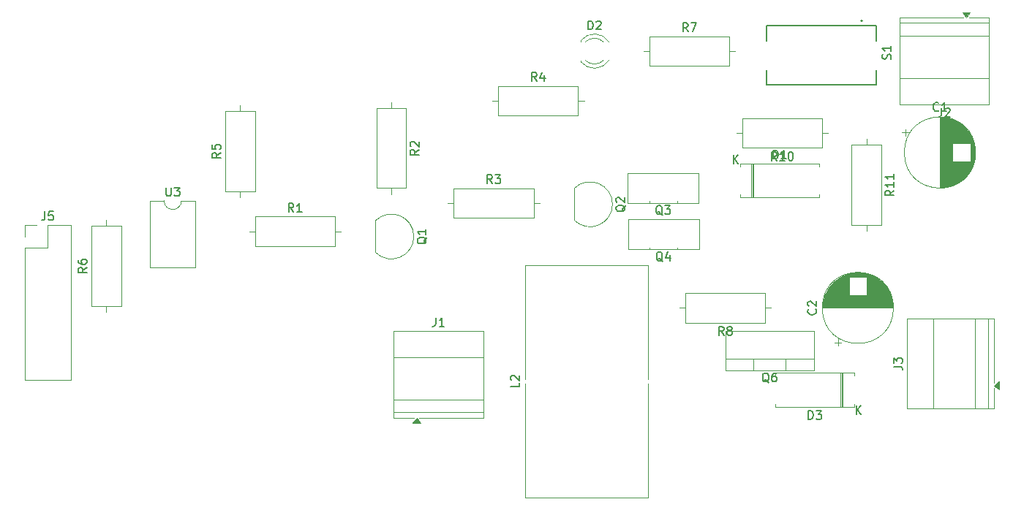
<source format=gbr>
%TF.GenerationSoftware,KiCad,Pcbnew,9.0.2*%
%TF.CreationDate,2025-06-10T15:27:33-03:00*%
%TF.ProjectId,proj3_potencia,70726f6a-335f-4706-9f74-656e6369612e,rev?*%
%TF.SameCoordinates,Original*%
%TF.FileFunction,Legend,Top*%
%TF.FilePolarity,Positive*%
%FSLAX46Y46*%
G04 Gerber Fmt 4.6, Leading zero omitted, Abs format (unit mm)*
G04 Created by KiCad (PCBNEW 9.0.2) date 2025-06-10 15:27:33*
%MOMM*%
%LPD*%
G01*
G04 APERTURE LIST*
%ADD10C,0.150000*%
%ADD11C,0.120000*%
%ADD12C,0.127000*%
%ADD13C,0.200000*%
G04 APERTURE END LIST*
D10*
X113234819Y-73516666D02*
X112758628Y-73849999D01*
X113234819Y-74088094D02*
X112234819Y-74088094D01*
X112234819Y-74088094D02*
X112234819Y-73707142D01*
X112234819Y-73707142D02*
X112282438Y-73611904D01*
X112282438Y-73611904D02*
X112330057Y-73564285D01*
X112330057Y-73564285D02*
X112425295Y-73516666D01*
X112425295Y-73516666D02*
X112568152Y-73516666D01*
X112568152Y-73516666D02*
X112663390Y-73564285D01*
X112663390Y-73564285D02*
X112711009Y-73611904D01*
X112711009Y-73611904D02*
X112758628Y-73707142D01*
X112758628Y-73707142D02*
X112758628Y-74088094D01*
X112234819Y-72611904D02*
X112234819Y-73088094D01*
X112234819Y-73088094D02*
X112711009Y-73135713D01*
X112711009Y-73135713D02*
X112663390Y-73088094D01*
X112663390Y-73088094D02*
X112615771Y-72992856D01*
X112615771Y-72992856D02*
X112615771Y-72754761D01*
X112615771Y-72754761D02*
X112663390Y-72659523D01*
X112663390Y-72659523D02*
X112711009Y-72611904D01*
X112711009Y-72611904D02*
X112806247Y-72564285D01*
X112806247Y-72564285D02*
X113044342Y-72564285D01*
X113044342Y-72564285D02*
X113139580Y-72611904D01*
X113139580Y-72611904D02*
X113187200Y-72659523D01*
X113187200Y-72659523D02*
X113234819Y-72754761D01*
X113234819Y-72754761D02*
X113234819Y-72992856D01*
X113234819Y-72992856D02*
X113187200Y-73088094D01*
X113187200Y-73088094D02*
X113139580Y-73135713D01*
X176694761Y-100150057D02*
X176599523Y-100102438D01*
X176599523Y-100102438D02*
X176504285Y-100007200D01*
X176504285Y-100007200D02*
X176361428Y-99864342D01*
X176361428Y-99864342D02*
X176266190Y-99816723D01*
X176266190Y-99816723D02*
X176170952Y-99816723D01*
X176218571Y-100054819D02*
X176123333Y-100007200D01*
X176123333Y-100007200D02*
X176028095Y-99911961D01*
X176028095Y-99911961D02*
X175980476Y-99721485D01*
X175980476Y-99721485D02*
X175980476Y-99388152D01*
X175980476Y-99388152D02*
X176028095Y-99197676D01*
X176028095Y-99197676D02*
X176123333Y-99102438D01*
X176123333Y-99102438D02*
X176218571Y-99054819D01*
X176218571Y-99054819D02*
X176409047Y-99054819D01*
X176409047Y-99054819D02*
X176504285Y-99102438D01*
X176504285Y-99102438D02*
X176599523Y-99197676D01*
X176599523Y-99197676D02*
X176647142Y-99388152D01*
X176647142Y-99388152D02*
X176647142Y-99721485D01*
X176647142Y-99721485D02*
X176599523Y-99911961D01*
X176599523Y-99911961D02*
X176504285Y-100007200D01*
X176504285Y-100007200D02*
X176409047Y-100054819D01*
X176409047Y-100054819D02*
X176218571Y-100054819D01*
X177504285Y-99054819D02*
X177313809Y-99054819D01*
X177313809Y-99054819D02*
X177218571Y-99102438D01*
X177218571Y-99102438D02*
X177170952Y-99150057D01*
X177170952Y-99150057D02*
X177075714Y-99292914D01*
X177075714Y-99292914D02*
X177028095Y-99483390D01*
X177028095Y-99483390D02*
X177028095Y-99864342D01*
X177028095Y-99864342D02*
X177075714Y-99959580D01*
X177075714Y-99959580D02*
X177123333Y-100007200D01*
X177123333Y-100007200D02*
X177218571Y-100054819D01*
X177218571Y-100054819D02*
X177409047Y-100054819D01*
X177409047Y-100054819D02*
X177504285Y-100007200D01*
X177504285Y-100007200D02*
X177551904Y-99959580D01*
X177551904Y-99959580D02*
X177599523Y-99864342D01*
X177599523Y-99864342D02*
X177599523Y-99626247D01*
X177599523Y-99626247D02*
X177551904Y-99531009D01*
X177551904Y-99531009D02*
X177504285Y-99483390D01*
X177504285Y-99483390D02*
X177409047Y-99435771D01*
X177409047Y-99435771D02*
X177218571Y-99435771D01*
X177218571Y-99435771D02*
X177123333Y-99483390D01*
X177123333Y-99483390D02*
X177075714Y-99531009D01*
X177075714Y-99531009D02*
X177028095Y-99626247D01*
X182109580Y-91666666D02*
X182157200Y-91714285D01*
X182157200Y-91714285D02*
X182204819Y-91857142D01*
X182204819Y-91857142D02*
X182204819Y-91952380D01*
X182204819Y-91952380D02*
X182157200Y-92095237D01*
X182157200Y-92095237D02*
X182061961Y-92190475D01*
X182061961Y-92190475D02*
X181966723Y-92238094D01*
X181966723Y-92238094D02*
X181776247Y-92285713D01*
X181776247Y-92285713D02*
X181633390Y-92285713D01*
X181633390Y-92285713D02*
X181442914Y-92238094D01*
X181442914Y-92238094D02*
X181347676Y-92190475D01*
X181347676Y-92190475D02*
X181252438Y-92095237D01*
X181252438Y-92095237D02*
X181204819Y-91952380D01*
X181204819Y-91952380D02*
X181204819Y-91857142D01*
X181204819Y-91857142D02*
X181252438Y-91714285D01*
X181252438Y-91714285D02*
X181300057Y-91666666D01*
X181300057Y-91285713D02*
X181252438Y-91238094D01*
X181252438Y-91238094D02*
X181204819Y-91142856D01*
X181204819Y-91142856D02*
X181204819Y-90904761D01*
X181204819Y-90904761D02*
X181252438Y-90809523D01*
X181252438Y-90809523D02*
X181300057Y-90761904D01*
X181300057Y-90761904D02*
X181395295Y-90714285D01*
X181395295Y-90714285D02*
X181490533Y-90714285D01*
X181490533Y-90714285D02*
X181633390Y-90761904D01*
X181633390Y-90761904D02*
X182204819Y-91333332D01*
X182204819Y-91333332D02*
X182204819Y-90714285D01*
X121683333Y-80384819D02*
X121350000Y-79908628D01*
X121111905Y-80384819D02*
X121111905Y-79384819D01*
X121111905Y-79384819D02*
X121492857Y-79384819D01*
X121492857Y-79384819D02*
X121588095Y-79432438D01*
X121588095Y-79432438D02*
X121635714Y-79480057D01*
X121635714Y-79480057D02*
X121683333Y-79575295D01*
X121683333Y-79575295D02*
X121683333Y-79718152D01*
X121683333Y-79718152D02*
X121635714Y-79813390D01*
X121635714Y-79813390D02*
X121588095Y-79861009D01*
X121588095Y-79861009D02*
X121492857Y-79908628D01*
X121492857Y-79908628D02*
X121111905Y-79908628D01*
X122635714Y-80384819D02*
X122064286Y-80384819D01*
X122350000Y-80384819D02*
X122350000Y-79384819D01*
X122350000Y-79384819D02*
X122254762Y-79527676D01*
X122254762Y-79527676D02*
X122159524Y-79622914D01*
X122159524Y-79622914D02*
X122064286Y-79670533D01*
X92896666Y-80334819D02*
X92896666Y-81049104D01*
X92896666Y-81049104D02*
X92849047Y-81191961D01*
X92849047Y-81191961D02*
X92753809Y-81287200D01*
X92753809Y-81287200D02*
X92610952Y-81334819D01*
X92610952Y-81334819D02*
X92515714Y-81334819D01*
X93849047Y-80334819D02*
X93372857Y-80334819D01*
X93372857Y-80334819D02*
X93325238Y-80811009D01*
X93325238Y-80811009D02*
X93372857Y-80763390D01*
X93372857Y-80763390D02*
X93468095Y-80715771D01*
X93468095Y-80715771D02*
X93706190Y-80715771D01*
X93706190Y-80715771D02*
X93801428Y-80763390D01*
X93801428Y-80763390D02*
X93849047Y-80811009D01*
X93849047Y-80811009D02*
X93896666Y-80906247D01*
X93896666Y-80906247D02*
X93896666Y-81144342D01*
X93896666Y-81144342D02*
X93849047Y-81239580D01*
X93849047Y-81239580D02*
X93801428Y-81287200D01*
X93801428Y-81287200D02*
X93706190Y-81334819D01*
X93706190Y-81334819D02*
X93468095Y-81334819D01*
X93468095Y-81334819D02*
X93372857Y-81287200D01*
X93372857Y-81287200D02*
X93325238Y-81239580D01*
X164374761Y-80750057D02*
X164279523Y-80702438D01*
X164279523Y-80702438D02*
X164184285Y-80607200D01*
X164184285Y-80607200D02*
X164041428Y-80464342D01*
X164041428Y-80464342D02*
X163946190Y-80416723D01*
X163946190Y-80416723D02*
X163850952Y-80416723D01*
X163898571Y-80654819D02*
X163803333Y-80607200D01*
X163803333Y-80607200D02*
X163708095Y-80511961D01*
X163708095Y-80511961D02*
X163660476Y-80321485D01*
X163660476Y-80321485D02*
X163660476Y-79988152D01*
X163660476Y-79988152D02*
X163708095Y-79797676D01*
X163708095Y-79797676D02*
X163803333Y-79702438D01*
X163803333Y-79702438D02*
X163898571Y-79654819D01*
X163898571Y-79654819D02*
X164089047Y-79654819D01*
X164089047Y-79654819D02*
X164184285Y-79702438D01*
X164184285Y-79702438D02*
X164279523Y-79797676D01*
X164279523Y-79797676D02*
X164327142Y-79988152D01*
X164327142Y-79988152D02*
X164327142Y-80321485D01*
X164327142Y-80321485D02*
X164279523Y-80511961D01*
X164279523Y-80511961D02*
X164184285Y-80607200D01*
X164184285Y-80607200D02*
X164089047Y-80654819D01*
X164089047Y-80654819D02*
X163898571Y-80654819D01*
X164660476Y-79654819D02*
X165279523Y-79654819D01*
X165279523Y-79654819D02*
X164946190Y-80035771D01*
X164946190Y-80035771D02*
X165089047Y-80035771D01*
X165089047Y-80035771D02*
X165184285Y-80083390D01*
X165184285Y-80083390D02*
X165231904Y-80131009D01*
X165231904Y-80131009D02*
X165279523Y-80226247D01*
X165279523Y-80226247D02*
X165279523Y-80464342D01*
X165279523Y-80464342D02*
X165231904Y-80559580D01*
X165231904Y-80559580D02*
X165184285Y-80607200D01*
X165184285Y-80607200D02*
X165089047Y-80654819D01*
X165089047Y-80654819D02*
X164803333Y-80654819D01*
X164803333Y-80654819D02*
X164708095Y-80607200D01*
X164708095Y-80607200D02*
X164660476Y-80559580D01*
X191134819Y-98293333D02*
X191849104Y-98293333D01*
X191849104Y-98293333D02*
X191991961Y-98340952D01*
X191991961Y-98340952D02*
X192087200Y-98436190D01*
X192087200Y-98436190D02*
X192134819Y-98579047D01*
X192134819Y-98579047D02*
X192134819Y-98674285D01*
X191134819Y-97912380D02*
X191134819Y-97293333D01*
X191134819Y-97293333D02*
X191515771Y-97626666D01*
X191515771Y-97626666D02*
X191515771Y-97483809D01*
X191515771Y-97483809D02*
X191563390Y-97388571D01*
X191563390Y-97388571D02*
X191611009Y-97340952D01*
X191611009Y-97340952D02*
X191706247Y-97293333D01*
X191706247Y-97293333D02*
X191944342Y-97293333D01*
X191944342Y-97293333D02*
X192039580Y-97340952D01*
X192039580Y-97340952D02*
X192087200Y-97388571D01*
X192087200Y-97388571D02*
X192134819Y-97483809D01*
X192134819Y-97483809D02*
X192134819Y-97769523D01*
X192134819Y-97769523D02*
X192087200Y-97864761D01*
X192087200Y-97864761D02*
X192039580Y-97912380D01*
X155761905Y-59244819D02*
X155761905Y-58244819D01*
X155761905Y-58244819D02*
X156000000Y-58244819D01*
X156000000Y-58244819D02*
X156142857Y-58292438D01*
X156142857Y-58292438D02*
X156238095Y-58387676D01*
X156238095Y-58387676D02*
X156285714Y-58482914D01*
X156285714Y-58482914D02*
X156333333Y-58673390D01*
X156333333Y-58673390D02*
X156333333Y-58816247D01*
X156333333Y-58816247D02*
X156285714Y-59006723D01*
X156285714Y-59006723D02*
X156238095Y-59101961D01*
X156238095Y-59101961D02*
X156142857Y-59197200D01*
X156142857Y-59197200D02*
X156000000Y-59244819D01*
X156000000Y-59244819D02*
X155761905Y-59244819D01*
X156714286Y-58340057D02*
X156761905Y-58292438D01*
X156761905Y-58292438D02*
X156857143Y-58244819D01*
X156857143Y-58244819D02*
X157095238Y-58244819D01*
X157095238Y-58244819D02*
X157190476Y-58292438D01*
X157190476Y-58292438D02*
X157238095Y-58340057D01*
X157238095Y-58340057D02*
X157285714Y-58435295D01*
X157285714Y-58435295D02*
X157285714Y-58530533D01*
X157285714Y-58530533D02*
X157238095Y-58673390D01*
X157238095Y-58673390D02*
X156666667Y-59244819D01*
X156666667Y-59244819D02*
X157285714Y-59244819D01*
X144683333Y-77084819D02*
X144350000Y-76608628D01*
X144111905Y-77084819D02*
X144111905Y-76084819D01*
X144111905Y-76084819D02*
X144492857Y-76084819D01*
X144492857Y-76084819D02*
X144588095Y-76132438D01*
X144588095Y-76132438D02*
X144635714Y-76180057D01*
X144635714Y-76180057D02*
X144683333Y-76275295D01*
X144683333Y-76275295D02*
X144683333Y-76418152D01*
X144683333Y-76418152D02*
X144635714Y-76513390D01*
X144635714Y-76513390D02*
X144588095Y-76561009D01*
X144588095Y-76561009D02*
X144492857Y-76608628D01*
X144492857Y-76608628D02*
X144111905Y-76608628D01*
X145016667Y-76084819D02*
X145635714Y-76084819D01*
X145635714Y-76084819D02*
X145302381Y-76465771D01*
X145302381Y-76465771D02*
X145445238Y-76465771D01*
X145445238Y-76465771D02*
X145540476Y-76513390D01*
X145540476Y-76513390D02*
X145588095Y-76561009D01*
X145588095Y-76561009D02*
X145635714Y-76656247D01*
X145635714Y-76656247D02*
X145635714Y-76894342D01*
X145635714Y-76894342D02*
X145588095Y-76989580D01*
X145588095Y-76989580D02*
X145540476Y-77037200D01*
X145540476Y-77037200D02*
X145445238Y-77084819D01*
X145445238Y-77084819D02*
X145159524Y-77084819D01*
X145159524Y-77084819D02*
X145064286Y-77037200D01*
X145064286Y-77037200D02*
X145016667Y-76989580D01*
X171483333Y-94674819D02*
X171150000Y-94198628D01*
X170911905Y-94674819D02*
X170911905Y-93674819D01*
X170911905Y-93674819D02*
X171292857Y-93674819D01*
X171292857Y-93674819D02*
X171388095Y-93722438D01*
X171388095Y-93722438D02*
X171435714Y-93770057D01*
X171435714Y-93770057D02*
X171483333Y-93865295D01*
X171483333Y-93865295D02*
X171483333Y-94008152D01*
X171483333Y-94008152D02*
X171435714Y-94103390D01*
X171435714Y-94103390D02*
X171388095Y-94151009D01*
X171388095Y-94151009D02*
X171292857Y-94198628D01*
X171292857Y-94198628D02*
X170911905Y-94198628D01*
X172054762Y-94103390D02*
X171959524Y-94055771D01*
X171959524Y-94055771D02*
X171911905Y-94008152D01*
X171911905Y-94008152D02*
X171864286Y-93912914D01*
X171864286Y-93912914D02*
X171864286Y-93865295D01*
X171864286Y-93865295D02*
X171911905Y-93770057D01*
X171911905Y-93770057D02*
X171959524Y-93722438D01*
X171959524Y-93722438D02*
X172054762Y-93674819D01*
X172054762Y-93674819D02*
X172245238Y-93674819D01*
X172245238Y-93674819D02*
X172340476Y-93722438D01*
X172340476Y-93722438D02*
X172388095Y-93770057D01*
X172388095Y-93770057D02*
X172435714Y-93865295D01*
X172435714Y-93865295D02*
X172435714Y-93912914D01*
X172435714Y-93912914D02*
X172388095Y-94008152D01*
X172388095Y-94008152D02*
X172340476Y-94055771D01*
X172340476Y-94055771D02*
X172245238Y-94103390D01*
X172245238Y-94103390D02*
X172054762Y-94103390D01*
X172054762Y-94103390D02*
X171959524Y-94151009D01*
X171959524Y-94151009D02*
X171911905Y-94198628D01*
X171911905Y-94198628D02*
X171864286Y-94293866D01*
X171864286Y-94293866D02*
X171864286Y-94484342D01*
X171864286Y-94484342D02*
X171911905Y-94579580D01*
X171911905Y-94579580D02*
X171959524Y-94627200D01*
X171959524Y-94627200D02*
X172054762Y-94674819D01*
X172054762Y-94674819D02*
X172245238Y-94674819D01*
X172245238Y-94674819D02*
X172340476Y-94627200D01*
X172340476Y-94627200D02*
X172388095Y-94579580D01*
X172388095Y-94579580D02*
X172435714Y-94484342D01*
X172435714Y-94484342D02*
X172435714Y-94293866D01*
X172435714Y-94293866D02*
X172388095Y-94198628D01*
X172388095Y-94198628D02*
X172340476Y-94151009D01*
X172340476Y-94151009D02*
X172245238Y-94103390D01*
X181261905Y-104424819D02*
X181261905Y-103424819D01*
X181261905Y-103424819D02*
X181500000Y-103424819D01*
X181500000Y-103424819D02*
X181642857Y-103472438D01*
X181642857Y-103472438D02*
X181738095Y-103567676D01*
X181738095Y-103567676D02*
X181785714Y-103662914D01*
X181785714Y-103662914D02*
X181833333Y-103853390D01*
X181833333Y-103853390D02*
X181833333Y-103996247D01*
X181833333Y-103996247D02*
X181785714Y-104186723D01*
X181785714Y-104186723D02*
X181738095Y-104281961D01*
X181738095Y-104281961D02*
X181642857Y-104377200D01*
X181642857Y-104377200D02*
X181500000Y-104424819D01*
X181500000Y-104424819D02*
X181261905Y-104424819D01*
X182166667Y-103424819D02*
X182785714Y-103424819D01*
X182785714Y-103424819D02*
X182452381Y-103805771D01*
X182452381Y-103805771D02*
X182595238Y-103805771D01*
X182595238Y-103805771D02*
X182690476Y-103853390D01*
X182690476Y-103853390D02*
X182738095Y-103901009D01*
X182738095Y-103901009D02*
X182785714Y-103996247D01*
X182785714Y-103996247D02*
X182785714Y-104234342D01*
X182785714Y-104234342D02*
X182738095Y-104329580D01*
X182738095Y-104329580D02*
X182690476Y-104377200D01*
X182690476Y-104377200D02*
X182595238Y-104424819D01*
X182595238Y-104424819D02*
X182309524Y-104424819D01*
X182309524Y-104424819D02*
X182214286Y-104377200D01*
X182214286Y-104377200D02*
X182166667Y-104329580D01*
X186818095Y-103854819D02*
X186818095Y-102854819D01*
X187389523Y-103854819D02*
X186960952Y-103283390D01*
X187389523Y-102854819D02*
X186818095Y-103426247D01*
X191174819Y-77892857D02*
X190698628Y-78226190D01*
X191174819Y-78464285D02*
X190174819Y-78464285D01*
X190174819Y-78464285D02*
X190174819Y-78083333D01*
X190174819Y-78083333D02*
X190222438Y-77988095D01*
X190222438Y-77988095D02*
X190270057Y-77940476D01*
X190270057Y-77940476D02*
X190365295Y-77892857D01*
X190365295Y-77892857D02*
X190508152Y-77892857D01*
X190508152Y-77892857D02*
X190603390Y-77940476D01*
X190603390Y-77940476D02*
X190651009Y-77988095D01*
X190651009Y-77988095D02*
X190698628Y-78083333D01*
X190698628Y-78083333D02*
X190698628Y-78464285D01*
X191174819Y-76940476D02*
X191174819Y-77511904D01*
X191174819Y-77226190D02*
X190174819Y-77226190D01*
X190174819Y-77226190D02*
X190317676Y-77321428D01*
X190317676Y-77321428D02*
X190412914Y-77416666D01*
X190412914Y-77416666D02*
X190460533Y-77511904D01*
X191174819Y-75988095D02*
X191174819Y-76559523D01*
X191174819Y-76273809D02*
X190174819Y-76273809D01*
X190174819Y-76273809D02*
X190317676Y-76369047D01*
X190317676Y-76369047D02*
X190412914Y-76464285D01*
X190412914Y-76464285D02*
X190460533Y-76559523D01*
X137110057Y-83325238D02*
X137062438Y-83420476D01*
X137062438Y-83420476D02*
X136967200Y-83515714D01*
X136967200Y-83515714D02*
X136824342Y-83658571D01*
X136824342Y-83658571D02*
X136776723Y-83753809D01*
X136776723Y-83753809D02*
X136776723Y-83849047D01*
X137014819Y-83801428D02*
X136967200Y-83896666D01*
X136967200Y-83896666D02*
X136871961Y-83991904D01*
X136871961Y-83991904D02*
X136681485Y-84039523D01*
X136681485Y-84039523D02*
X136348152Y-84039523D01*
X136348152Y-84039523D02*
X136157676Y-83991904D01*
X136157676Y-83991904D02*
X136062438Y-83896666D01*
X136062438Y-83896666D02*
X136014819Y-83801428D01*
X136014819Y-83801428D02*
X136014819Y-83610952D01*
X136014819Y-83610952D02*
X136062438Y-83515714D01*
X136062438Y-83515714D02*
X136157676Y-83420476D01*
X136157676Y-83420476D02*
X136348152Y-83372857D01*
X136348152Y-83372857D02*
X136681485Y-83372857D01*
X136681485Y-83372857D02*
X136871961Y-83420476D01*
X136871961Y-83420476D02*
X136967200Y-83515714D01*
X136967200Y-83515714D02*
X137014819Y-83610952D01*
X137014819Y-83610952D02*
X137014819Y-83801428D01*
X137014819Y-82420476D02*
X137014819Y-82991904D01*
X137014819Y-82706190D02*
X136014819Y-82706190D01*
X136014819Y-82706190D02*
X136157676Y-82801428D01*
X136157676Y-82801428D02*
X136252914Y-82896666D01*
X136252914Y-82896666D02*
X136300533Y-82991904D01*
X97734819Y-86816666D02*
X97258628Y-87149999D01*
X97734819Y-87388094D02*
X96734819Y-87388094D01*
X96734819Y-87388094D02*
X96734819Y-87007142D01*
X96734819Y-87007142D02*
X96782438Y-86911904D01*
X96782438Y-86911904D02*
X96830057Y-86864285D01*
X96830057Y-86864285D02*
X96925295Y-86816666D01*
X96925295Y-86816666D02*
X97068152Y-86816666D01*
X97068152Y-86816666D02*
X97163390Y-86864285D01*
X97163390Y-86864285D02*
X97211009Y-86911904D01*
X97211009Y-86911904D02*
X97258628Y-87007142D01*
X97258628Y-87007142D02*
X97258628Y-87388094D01*
X96734819Y-85959523D02*
X96734819Y-86149999D01*
X96734819Y-86149999D02*
X96782438Y-86245237D01*
X96782438Y-86245237D02*
X96830057Y-86292856D01*
X96830057Y-86292856D02*
X96972914Y-86388094D01*
X96972914Y-86388094D02*
X97163390Y-86435713D01*
X97163390Y-86435713D02*
X97544342Y-86435713D01*
X97544342Y-86435713D02*
X97639580Y-86388094D01*
X97639580Y-86388094D02*
X97687200Y-86340475D01*
X97687200Y-86340475D02*
X97734819Y-86245237D01*
X97734819Y-86245237D02*
X97734819Y-86054761D01*
X97734819Y-86054761D02*
X97687200Y-85959523D01*
X97687200Y-85959523D02*
X97639580Y-85911904D01*
X97639580Y-85911904D02*
X97544342Y-85864285D01*
X97544342Y-85864285D02*
X97306247Y-85864285D01*
X97306247Y-85864285D02*
X97211009Y-85911904D01*
X97211009Y-85911904D02*
X97163390Y-85959523D01*
X97163390Y-85959523D02*
X97115771Y-86054761D01*
X97115771Y-86054761D02*
X97115771Y-86245237D01*
X97115771Y-86245237D02*
X97163390Y-86340475D01*
X97163390Y-86340475D02*
X97211009Y-86388094D01*
X97211009Y-86388094D02*
X97306247Y-86435713D01*
X164404761Y-86125057D02*
X164309523Y-86077438D01*
X164309523Y-86077438D02*
X164214285Y-85982200D01*
X164214285Y-85982200D02*
X164071428Y-85839342D01*
X164071428Y-85839342D02*
X163976190Y-85791723D01*
X163976190Y-85791723D02*
X163880952Y-85791723D01*
X163928571Y-86029819D02*
X163833333Y-85982200D01*
X163833333Y-85982200D02*
X163738095Y-85886961D01*
X163738095Y-85886961D02*
X163690476Y-85696485D01*
X163690476Y-85696485D02*
X163690476Y-85363152D01*
X163690476Y-85363152D02*
X163738095Y-85172676D01*
X163738095Y-85172676D02*
X163833333Y-85077438D01*
X163833333Y-85077438D02*
X163928571Y-85029819D01*
X163928571Y-85029819D02*
X164119047Y-85029819D01*
X164119047Y-85029819D02*
X164214285Y-85077438D01*
X164214285Y-85077438D02*
X164309523Y-85172676D01*
X164309523Y-85172676D02*
X164357142Y-85363152D01*
X164357142Y-85363152D02*
X164357142Y-85696485D01*
X164357142Y-85696485D02*
X164309523Y-85886961D01*
X164309523Y-85886961D02*
X164214285Y-85982200D01*
X164214285Y-85982200D02*
X164119047Y-86029819D01*
X164119047Y-86029819D02*
X163928571Y-86029819D01*
X165214285Y-85363152D02*
X165214285Y-86029819D01*
X164976190Y-84982200D02*
X164738095Y-85696485D01*
X164738095Y-85696485D02*
X165357142Y-85696485D01*
X106928095Y-77544819D02*
X106928095Y-78354342D01*
X106928095Y-78354342D02*
X106975714Y-78449580D01*
X106975714Y-78449580D02*
X107023333Y-78497200D01*
X107023333Y-78497200D02*
X107118571Y-78544819D01*
X107118571Y-78544819D02*
X107309047Y-78544819D01*
X107309047Y-78544819D02*
X107404285Y-78497200D01*
X107404285Y-78497200D02*
X107451904Y-78449580D01*
X107451904Y-78449580D02*
X107499523Y-78354342D01*
X107499523Y-78354342D02*
X107499523Y-77544819D01*
X107880476Y-77544819D02*
X108499523Y-77544819D01*
X108499523Y-77544819D02*
X108166190Y-77925771D01*
X108166190Y-77925771D02*
X108309047Y-77925771D01*
X108309047Y-77925771D02*
X108404285Y-77973390D01*
X108404285Y-77973390D02*
X108451904Y-78021009D01*
X108451904Y-78021009D02*
X108499523Y-78116247D01*
X108499523Y-78116247D02*
X108499523Y-78354342D01*
X108499523Y-78354342D02*
X108451904Y-78449580D01*
X108451904Y-78449580D02*
X108404285Y-78497200D01*
X108404285Y-78497200D02*
X108309047Y-78544819D01*
X108309047Y-78544819D02*
X108023333Y-78544819D01*
X108023333Y-78544819D02*
X107928095Y-78497200D01*
X107928095Y-78497200D02*
X107880476Y-78449580D01*
X177607142Y-74424819D02*
X177273809Y-73948628D01*
X177035714Y-74424819D02*
X177035714Y-73424819D01*
X177035714Y-73424819D02*
X177416666Y-73424819D01*
X177416666Y-73424819D02*
X177511904Y-73472438D01*
X177511904Y-73472438D02*
X177559523Y-73520057D01*
X177559523Y-73520057D02*
X177607142Y-73615295D01*
X177607142Y-73615295D02*
X177607142Y-73758152D01*
X177607142Y-73758152D02*
X177559523Y-73853390D01*
X177559523Y-73853390D02*
X177511904Y-73901009D01*
X177511904Y-73901009D02*
X177416666Y-73948628D01*
X177416666Y-73948628D02*
X177035714Y-73948628D01*
X178559523Y-74424819D02*
X177988095Y-74424819D01*
X178273809Y-74424819D02*
X178273809Y-73424819D01*
X178273809Y-73424819D02*
X178178571Y-73567676D01*
X178178571Y-73567676D02*
X178083333Y-73662914D01*
X178083333Y-73662914D02*
X177988095Y-73710533D01*
X179178571Y-73424819D02*
X179273809Y-73424819D01*
X179273809Y-73424819D02*
X179369047Y-73472438D01*
X179369047Y-73472438D02*
X179416666Y-73520057D01*
X179416666Y-73520057D02*
X179464285Y-73615295D01*
X179464285Y-73615295D02*
X179511904Y-73805771D01*
X179511904Y-73805771D02*
X179511904Y-74043866D01*
X179511904Y-74043866D02*
X179464285Y-74234342D01*
X179464285Y-74234342D02*
X179416666Y-74329580D01*
X179416666Y-74329580D02*
X179369047Y-74377200D01*
X179369047Y-74377200D02*
X179273809Y-74424819D01*
X179273809Y-74424819D02*
X179178571Y-74424819D01*
X179178571Y-74424819D02*
X179083333Y-74377200D01*
X179083333Y-74377200D02*
X179035714Y-74329580D01*
X179035714Y-74329580D02*
X178988095Y-74234342D01*
X178988095Y-74234342D02*
X178940476Y-74043866D01*
X178940476Y-74043866D02*
X178940476Y-73805771D01*
X178940476Y-73805771D02*
X178988095Y-73615295D01*
X178988095Y-73615295D02*
X179035714Y-73520057D01*
X179035714Y-73520057D02*
X179083333Y-73472438D01*
X179083333Y-73472438D02*
X179178571Y-73424819D01*
X177181905Y-74234819D02*
X177181905Y-73234819D01*
X177181905Y-73234819D02*
X177420000Y-73234819D01*
X177420000Y-73234819D02*
X177562857Y-73282438D01*
X177562857Y-73282438D02*
X177658095Y-73377676D01*
X177658095Y-73377676D02*
X177705714Y-73472914D01*
X177705714Y-73472914D02*
X177753333Y-73663390D01*
X177753333Y-73663390D02*
X177753333Y-73806247D01*
X177753333Y-73806247D02*
X177705714Y-73996723D01*
X177705714Y-73996723D02*
X177658095Y-74091961D01*
X177658095Y-74091961D02*
X177562857Y-74187200D01*
X177562857Y-74187200D02*
X177420000Y-74234819D01*
X177420000Y-74234819D02*
X177181905Y-74234819D01*
X178705714Y-74234819D02*
X178134286Y-74234819D01*
X178420000Y-74234819D02*
X178420000Y-73234819D01*
X178420000Y-73234819D02*
X178324762Y-73377676D01*
X178324762Y-73377676D02*
X178229524Y-73472914D01*
X178229524Y-73472914D02*
X178134286Y-73520533D01*
X172578095Y-74804819D02*
X172578095Y-73804819D01*
X173149523Y-74804819D02*
X172720952Y-74233390D01*
X173149523Y-73804819D02*
X172578095Y-74376247D01*
X136174819Y-73166666D02*
X135698628Y-73499999D01*
X136174819Y-73738094D02*
X135174819Y-73738094D01*
X135174819Y-73738094D02*
X135174819Y-73357142D01*
X135174819Y-73357142D02*
X135222438Y-73261904D01*
X135222438Y-73261904D02*
X135270057Y-73214285D01*
X135270057Y-73214285D02*
X135365295Y-73166666D01*
X135365295Y-73166666D02*
X135508152Y-73166666D01*
X135508152Y-73166666D02*
X135603390Y-73214285D01*
X135603390Y-73214285D02*
X135651009Y-73261904D01*
X135651009Y-73261904D02*
X135698628Y-73357142D01*
X135698628Y-73357142D02*
X135698628Y-73738094D01*
X135270057Y-72785713D02*
X135222438Y-72738094D01*
X135222438Y-72738094D02*
X135174819Y-72642856D01*
X135174819Y-72642856D02*
X135174819Y-72404761D01*
X135174819Y-72404761D02*
X135222438Y-72309523D01*
X135222438Y-72309523D02*
X135270057Y-72261904D01*
X135270057Y-72261904D02*
X135365295Y-72214285D01*
X135365295Y-72214285D02*
X135460533Y-72214285D01*
X135460533Y-72214285D02*
X135603390Y-72261904D01*
X135603390Y-72261904D02*
X136174819Y-72833332D01*
X136174819Y-72833332D02*
X136174819Y-72214285D01*
X190792200Y-62686904D02*
X190839819Y-62544047D01*
X190839819Y-62544047D02*
X190839819Y-62305952D01*
X190839819Y-62305952D02*
X190792200Y-62210714D01*
X190792200Y-62210714D02*
X190744580Y-62163095D01*
X190744580Y-62163095D02*
X190649342Y-62115476D01*
X190649342Y-62115476D02*
X190554104Y-62115476D01*
X190554104Y-62115476D02*
X190458866Y-62163095D01*
X190458866Y-62163095D02*
X190411247Y-62210714D01*
X190411247Y-62210714D02*
X190363628Y-62305952D01*
X190363628Y-62305952D02*
X190316009Y-62496428D01*
X190316009Y-62496428D02*
X190268390Y-62591666D01*
X190268390Y-62591666D02*
X190220771Y-62639285D01*
X190220771Y-62639285D02*
X190125533Y-62686904D01*
X190125533Y-62686904D02*
X190030295Y-62686904D01*
X190030295Y-62686904D02*
X189935057Y-62639285D01*
X189935057Y-62639285D02*
X189887438Y-62591666D01*
X189887438Y-62591666D02*
X189839819Y-62496428D01*
X189839819Y-62496428D02*
X189839819Y-62258333D01*
X189839819Y-62258333D02*
X189887438Y-62115476D01*
X190839819Y-61163095D02*
X190839819Y-61734523D01*
X190839819Y-61448809D02*
X189839819Y-61448809D01*
X189839819Y-61448809D02*
X189982676Y-61544047D01*
X189982676Y-61544047D02*
X190077914Y-61639285D01*
X190077914Y-61639285D02*
X190125533Y-61734523D01*
X147799819Y-100166666D02*
X147799819Y-100642856D01*
X147799819Y-100642856D02*
X146799819Y-100642856D01*
X146895057Y-99880951D02*
X146847438Y-99833332D01*
X146847438Y-99833332D02*
X146799819Y-99738094D01*
X146799819Y-99738094D02*
X146799819Y-99499999D01*
X146799819Y-99499999D02*
X146847438Y-99404761D01*
X146847438Y-99404761D02*
X146895057Y-99357142D01*
X146895057Y-99357142D02*
X146990295Y-99309523D01*
X146990295Y-99309523D02*
X147085533Y-99309523D01*
X147085533Y-99309523D02*
X147228390Y-99357142D01*
X147228390Y-99357142D02*
X147799819Y-99928570D01*
X147799819Y-99928570D02*
X147799819Y-99309523D01*
X196333333Y-68609580D02*
X196285714Y-68657200D01*
X196285714Y-68657200D02*
X196142857Y-68704819D01*
X196142857Y-68704819D02*
X196047619Y-68704819D01*
X196047619Y-68704819D02*
X195904762Y-68657200D01*
X195904762Y-68657200D02*
X195809524Y-68561961D01*
X195809524Y-68561961D02*
X195761905Y-68466723D01*
X195761905Y-68466723D02*
X195714286Y-68276247D01*
X195714286Y-68276247D02*
X195714286Y-68133390D01*
X195714286Y-68133390D02*
X195761905Y-67942914D01*
X195761905Y-67942914D02*
X195809524Y-67847676D01*
X195809524Y-67847676D02*
X195904762Y-67752438D01*
X195904762Y-67752438D02*
X196047619Y-67704819D01*
X196047619Y-67704819D02*
X196142857Y-67704819D01*
X196142857Y-67704819D02*
X196285714Y-67752438D01*
X196285714Y-67752438D02*
X196333333Y-67800057D01*
X197285714Y-68704819D02*
X196714286Y-68704819D01*
X197000000Y-68704819D02*
X197000000Y-67704819D01*
X197000000Y-67704819D02*
X196904762Y-67847676D01*
X196904762Y-67847676D02*
X196809524Y-67942914D01*
X196809524Y-67942914D02*
X196714286Y-67990533D01*
X160110057Y-79595238D02*
X160062438Y-79690476D01*
X160062438Y-79690476D02*
X159967200Y-79785714D01*
X159967200Y-79785714D02*
X159824342Y-79928571D01*
X159824342Y-79928571D02*
X159776723Y-80023809D01*
X159776723Y-80023809D02*
X159776723Y-80119047D01*
X160014819Y-80071428D02*
X159967200Y-80166666D01*
X159967200Y-80166666D02*
X159871961Y-80261904D01*
X159871961Y-80261904D02*
X159681485Y-80309523D01*
X159681485Y-80309523D02*
X159348152Y-80309523D01*
X159348152Y-80309523D02*
X159157676Y-80261904D01*
X159157676Y-80261904D02*
X159062438Y-80166666D01*
X159062438Y-80166666D02*
X159014819Y-80071428D01*
X159014819Y-80071428D02*
X159014819Y-79880952D01*
X159014819Y-79880952D02*
X159062438Y-79785714D01*
X159062438Y-79785714D02*
X159157676Y-79690476D01*
X159157676Y-79690476D02*
X159348152Y-79642857D01*
X159348152Y-79642857D02*
X159681485Y-79642857D01*
X159681485Y-79642857D02*
X159871961Y-79690476D01*
X159871961Y-79690476D02*
X159967200Y-79785714D01*
X159967200Y-79785714D02*
X160014819Y-79880952D01*
X160014819Y-79880952D02*
X160014819Y-80071428D01*
X159110057Y-79261904D02*
X159062438Y-79214285D01*
X159062438Y-79214285D02*
X159014819Y-79119047D01*
X159014819Y-79119047D02*
X159014819Y-78880952D01*
X159014819Y-78880952D02*
X159062438Y-78785714D01*
X159062438Y-78785714D02*
X159110057Y-78738095D01*
X159110057Y-78738095D02*
X159205295Y-78690476D01*
X159205295Y-78690476D02*
X159300533Y-78690476D01*
X159300533Y-78690476D02*
X159443390Y-78738095D01*
X159443390Y-78738095D02*
X160014819Y-79309523D01*
X160014819Y-79309523D02*
X160014819Y-78690476D01*
X167333333Y-59484819D02*
X167000000Y-59008628D01*
X166761905Y-59484819D02*
X166761905Y-58484819D01*
X166761905Y-58484819D02*
X167142857Y-58484819D01*
X167142857Y-58484819D02*
X167238095Y-58532438D01*
X167238095Y-58532438D02*
X167285714Y-58580057D01*
X167285714Y-58580057D02*
X167333333Y-58675295D01*
X167333333Y-58675295D02*
X167333333Y-58818152D01*
X167333333Y-58818152D02*
X167285714Y-58913390D01*
X167285714Y-58913390D02*
X167238095Y-58961009D01*
X167238095Y-58961009D02*
X167142857Y-59008628D01*
X167142857Y-59008628D02*
X166761905Y-59008628D01*
X167666667Y-58484819D02*
X168333333Y-58484819D01*
X168333333Y-58484819D02*
X167904762Y-59484819D01*
X149833333Y-65234819D02*
X149500000Y-64758628D01*
X149261905Y-65234819D02*
X149261905Y-64234819D01*
X149261905Y-64234819D02*
X149642857Y-64234819D01*
X149642857Y-64234819D02*
X149738095Y-64282438D01*
X149738095Y-64282438D02*
X149785714Y-64330057D01*
X149785714Y-64330057D02*
X149833333Y-64425295D01*
X149833333Y-64425295D02*
X149833333Y-64568152D01*
X149833333Y-64568152D02*
X149785714Y-64663390D01*
X149785714Y-64663390D02*
X149738095Y-64711009D01*
X149738095Y-64711009D02*
X149642857Y-64758628D01*
X149642857Y-64758628D02*
X149261905Y-64758628D01*
X150690476Y-64568152D02*
X150690476Y-65234819D01*
X150452381Y-64187200D02*
X150214286Y-64901485D01*
X150214286Y-64901485D02*
X150833333Y-64901485D01*
X196671666Y-68352319D02*
X196671666Y-69066604D01*
X196671666Y-69066604D02*
X196624047Y-69209461D01*
X196624047Y-69209461D02*
X196528809Y-69304700D01*
X196528809Y-69304700D02*
X196385952Y-69352319D01*
X196385952Y-69352319D02*
X196290714Y-69352319D01*
X197100238Y-68447557D02*
X197147857Y-68399938D01*
X197147857Y-68399938D02*
X197243095Y-68352319D01*
X197243095Y-68352319D02*
X197481190Y-68352319D01*
X197481190Y-68352319D02*
X197576428Y-68399938D01*
X197576428Y-68399938D02*
X197624047Y-68447557D01*
X197624047Y-68447557D02*
X197671666Y-68542795D01*
X197671666Y-68542795D02*
X197671666Y-68638033D01*
X197671666Y-68638033D02*
X197624047Y-68780890D01*
X197624047Y-68780890D02*
X197052619Y-69352319D01*
X197052619Y-69352319D02*
X197671666Y-69352319D01*
X138126666Y-92634819D02*
X138126666Y-93349104D01*
X138126666Y-93349104D02*
X138079047Y-93491961D01*
X138079047Y-93491961D02*
X137983809Y-93587200D01*
X137983809Y-93587200D02*
X137840952Y-93634819D01*
X137840952Y-93634819D02*
X137745714Y-93634819D01*
X139126666Y-93634819D02*
X138555238Y-93634819D01*
X138840952Y-93634819D02*
X138840952Y-92634819D01*
X138840952Y-92634819D02*
X138745714Y-92777676D01*
X138745714Y-92777676D02*
X138650476Y-92872914D01*
X138650476Y-92872914D02*
X138555238Y-92920533D01*
D11*
%TO.C,R5*%
X115500000Y-68040000D02*
X115500000Y-68730000D01*
X115500000Y-78660000D02*
X115500000Y-77970000D01*
X113780000Y-77970000D02*
X117220000Y-77970000D01*
X117220000Y-68730000D01*
X113780000Y-68730000D01*
X113780000Y-77970000D01*
%TO.C,Q6*%
X171680000Y-98760000D02*
X171680000Y-94140000D01*
X174940000Y-98760000D02*
X174940000Y-97380000D01*
X178640000Y-98760000D02*
X178640000Y-97380000D01*
X181900000Y-94140000D02*
X171680000Y-94140000D01*
X181900000Y-97380000D02*
X171680000Y-97380000D01*
X181900000Y-98760000D02*
X171680000Y-98760000D01*
X181900000Y-98760000D02*
X181900000Y-94140000D01*
%TO.C,C2*%
X182920000Y-91460000D02*
X191080000Y-91460000D01*
X182920000Y-91500000D02*
X191080000Y-91500000D01*
X182921000Y-91420000D02*
X191079000Y-91420000D01*
X182922000Y-91380000D02*
X191078000Y-91380000D01*
X182923000Y-91340000D02*
X191077000Y-91340000D01*
X182925000Y-91300000D02*
X191075000Y-91300000D01*
X182927000Y-91260000D02*
X191073000Y-91260000D01*
X182930000Y-91220000D02*
X191070000Y-91220000D01*
X182932000Y-91180000D02*
X191068000Y-91180000D01*
X182936000Y-91140000D02*
X191064000Y-91140000D01*
X182939000Y-91100000D02*
X191061000Y-91100000D01*
X182944000Y-91060000D02*
X191056000Y-91060000D01*
X182948000Y-91020000D02*
X191052000Y-91020000D01*
X182953000Y-90980000D02*
X191047000Y-90980000D01*
X182958000Y-90940000D02*
X191042000Y-90940000D01*
X182964000Y-90900000D02*
X191036000Y-90900000D01*
X182970000Y-90860000D02*
X191030000Y-90860000D01*
X182977000Y-90820000D02*
X191023000Y-90820000D01*
X182983000Y-90780000D02*
X191017000Y-90780000D01*
X182991000Y-90740000D02*
X191009000Y-90740000D01*
X182998000Y-90700000D02*
X191002000Y-90700000D01*
X183007000Y-90660000D02*
X190993000Y-90660000D01*
X183015000Y-90620000D02*
X190985000Y-90620000D01*
X183024000Y-90580000D02*
X190976000Y-90580000D01*
X183033000Y-90540000D02*
X190967000Y-90540000D01*
X183043000Y-90500000D02*
X190957000Y-90500000D01*
X183053000Y-90460000D02*
X190947000Y-90460000D01*
X183064000Y-90420000D02*
X190936000Y-90420000D01*
X183075000Y-90380000D02*
X190925000Y-90380000D01*
X183087000Y-90340000D02*
X190913000Y-90340000D01*
X183099000Y-90300000D02*
X190901000Y-90300000D01*
X183111000Y-90260000D02*
X190889000Y-90260000D01*
X183124000Y-90220000D02*
X190876000Y-90220000D01*
X183137000Y-90180000D02*
X190863000Y-90180000D01*
X183151000Y-90140000D02*
X190849000Y-90140000D01*
X183165000Y-90100000D02*
X190835000Y-90100000D01*
X183180000Y-90060000D02*
X190820000Y-90060000D01*
X183195000Y-90020000D02*
X185960000Y-90020000D01*
X183211000Y-89980000D02*
X185960000Y-89980000D01*
X183227000Y-89940000D02*
X185960000Y-89940000D01*
X183243000Y-89900000D02*
X185960000Y-89900000D01*
X183260000Y-89860000D02*
X185960000Y-89860000D01*
X183278000Y-89820000D02*
X185960000Y-89820000D01*
X183296000Y-89780000D02*
X185960000Y-89780000D01*
X183315000Y-89740000D02*
X185960000Y-89740000D01*
X183334000Y-89700000D02*
X185960000Y-89700000D01*
X183354000Y-89660000D02*
X185960000Y-89660000D01*
X183374000Y-89620000D02*
X185960000Y-89620000D01*
X183395000Y-89580000D02*
X185960000Y-89580000D01*
X183416000Y-89540000D02*
X185960000Y-89540000D01*
X183438000Y-89500000D02*
X185960000Y-89500000D01*
X183461000Y-89460000D02*
X185960000Y-89460000D01*
X183484000Y-89420000D02*
X185960000Y-89420000D01*
X183507000Y-89380000D02*
X185960000Y-89380000D01*
X183532000Y-89340000D02*
X185960000Y-89340000D01*
X183557000Y-89300000D02*
X185960000Y-89300000D01*
X183582000Y-89260000D02*
X185960000Y-89260000D01*
X183608000Y-89220000D02*
X185960000Y-89220000D01*
X183635000Y-89180000D02*
X185960000Y-89180000D01*
X183663000Y-89140000D02*
X185960000Y-89140000D01*
X183691000Y-89100000D02*
X185960000Y-89100000D01*
X183720000Y-89060000D02*
X185960000Y-89060000D01*
X183750000Y-89020000D02*
X185960000Y-89020000D01*
X183781000Y-88980000D02*
X185960000Y-88980000D01*
X183812000Y-88940000D02*
X185960000Y-88940000D01*
X183844000Y-88900000D02*
X185960000Y-88900000D01*
X183877000Y-88860000D02*
X185960000Y-88860000D01*
X183911000Y-88820000D02*
X185960000Y-88820000D01*
X183945000Y-88780000D02*
X185960000Y-88780000D01*
X183981000Y-88740000D02*
X185960000Y-88740000D01*
X184018000Y-88700000D02*
X185960000Y-88700000D01*
X184055000Y-88660000D02*
X185960000Y-88660000D01*
X184094000Y-88620000D02*
X185960000Y-88620000D01*
X184133000Y-88580000D02*
X185960000Y-88580000D01*
X184174000Y-88540000D02*
X185960000Y-88540000D01*
X184216000Y-88500000D02*
X185960000Y-88500000D01*
X184259000Y-88460000D02*
X185960000Y-88460000D01*
X184285000Y-95509698D02*
X185085000Y-95509698D01*
X184304000Y-88420000D02*
X185960000Y-88420000D01*
X184349000Y-88380000D02*
X185960000Y-88380000D01*
X184396000Y-88340000D02*
X185960000Y-88340000D01*
X184445000Y-88300000D02*
X185960000Y-88300000D01*
X184495000Y-88260000D02*
X185960000Y-88260000D01*
X184547000Y-88220000D02*
X185960000Y-88220000D01*
X184600000Y-88180000D02*
X185960000Y-88180000D01*
X184656000Y-88140000D02*
X185960000Y-88140000D01*
X184685000Y-95909698D02*
X184685000Y-95109698D01*
X184713000Y-88100000D02*
X185960000Y-88100000D01*
X184773000Y-88060000D02*
X185960000Y-88060000D01*
X184835000Y-88020000D02*
X185960000Y-88020000D01*
X184899000Y-87980000D02*
X185960000Y-87980000D01*
X184966000Y-87940000D02*
X189034000Y-87940000D01*
X185036000Y-87900000D02*
X188964000Y-87900000D01*
X185110000Y-87860000D02*
X188890000Y-87860000D01*
X185187000Y-87820000D02*
X188813000Y-87820000D01*
X185269000Y-87780000D02*
X188731000Y-87780000D01*
X185356000Y-87740000D02*
X188644000Y-87740000D01*
X185448000Y-87700000D02*
X188552000Y-87700000D01*
X185547000Y-87660000D02*
X188453000Y-87660000D01*
X185654000Y-87620000D02*
X188346000Y-87620000D01*
X185772000Y-87580000D02*
X188228000Y-87580000D01*
X185903000Y-87540000D02*
X188097000Y-87540000D01*
X186053000Y-87500000D02*
X187947000Y-87500000D01*
X186232000Y-87460000D02*
X187768000Y-87460000D01*
X186467000Y-87420000D02*
X187533000Y-87420000D01*
X188040000Y-87980000D02*
X189101000Y-87980000D01*
X188040000Y-88020000D02*
X189165000Y-88020000D01*
X188040000Y-88060000D02*
X189227000Y-88060000D01*
X188040000Y-88100000D02*
X189287000Y-88100000D01*
X188040000Y-88140000D02*
X189344000Y-88140000D01*
X188040000Y-88180000D02*
X189400000Y-88180000D01*
X188040000Y-88220000D02*
X189453000Y-88220000D01*
X188040000Y-88260000D02*
X189505000Y-88260000D01*
X188040000Y-88300000D02*
X189555000Y-88300000D01*
X188040000Y-88340000D02*
X189604000Y-88340000D01*
X188040000Y-88380000D02*
X189651000Y-88380000D01*
X188040000Y-88420000D02*
X189696000Y-88420000D01*
X188040000Y-88460000D02*
X189741000Y-88460000D01*
X188040000Y-88500000D02*
X189784000Y-88500000D01*
X188040000Y-88540000D02*
X189826000Y-88540000D01*
X188040000Y-88580000D02*
X189867000Y-88580000D01*
X188040000Y-88620000D02*
X189906000Y-88620000D01*
X188040000Y-88660000D02*
X189945000Y-88660000D01*
X188040000Y-88700000D02*
X189982000Y-88700000D01*
X188040000Y-88740000D02*
X190019000Y-88740000D01*
X188040000Y-88780000D02*
X190055000Y-88780000D01*
X188040000Y-88820000D02*
X190089000Y-88820000D01*
X188040000Y-88860000D02*
X190123000Y-88860000D01*
X188040000Y-88900000D02*
X190156000Y-88900000D01*
X188040000Y-88940000D02*
X190188000Y-88940000D01*
X188040000Y-88980000D02*
X190219000Y-88980000D01*
X188040000Y-89020000D02*
X190250000Y-89020000D01*
X188040000Y-89060000D02*
X190280000Y-89060000D01*
X188040000Y-89100000D02*
X190309000Y-89100000D01*
X188040000Y-89140000D02*
X190337000Y-89140000D01*
X188040000Y-89180000D02*
X190365000Y-89180000D01*
X188040000Y-89220000D02*
X190392000Y-89220000D01*
X188040000Y-89260000D02*
X190418000Y-89260000D01*
X188040000Y-89300000D02*
X190443000Y-89300000D01*
X188040000Y-89340000D02*
X190468000Y-89340000D01*
X188040000Y-89380000D02*
X190493000Y-89380000D01*
X188040000Y-89420000D02*
X190516000Y-89420000D01*
X188040000Y-89460000D02*
X190539000Y-89460000D01*
X188040000Y-89500000D02*
X190562000Y-89500000D01*
X188040000Y-89540000D02*
X190584000Y-89540000D01*
X188040000Y-89580000D02*
X190605000Y-89580000D01*
X188040000Y-89620000D02*
X190626000Y-89620000D01*
X188040000Y-89660000D02*
X190646000Y-89660000D01*
X188040000Y-89700000D02*
X190666000Y-89700000D01*
X188040000Y-89740000D02*
X190685000Y-89740000D01*
X188040000Y-89780000D02*
X190704000Y-89780000D01*
X188040000Y-89820000D02*
X190722000Y-89820000D01*
X188040000Y-89860000D02*
X190740000Y-89860000D01*
X188040000Y-89900000D02*
X190757000Y-89900000D01*
X188040000Y-89940000D02*
X190773000Y-89940000D01*
X188040000Y-89980000D02*
X190789000Y-89980000D01*
X188040000Y-90020000D02*
X190805000Y-90020000D01*
X191120000Y-91500000D02*
G75*
G02*
X182880000Y-91500000I-4120000J0D01*
G01*
X182880000Y-91500000D02*
G75*
G02*
X191120000Y-91500000I4120000J0D01*
G01*
%TO.C,R1*%
X116540000Y-82650000D02*
X117230000Y-82650000D01*
X127160000Y-82650000D02*
X126470000Y-82650000D01*
X117230000Y-80930000D02*
X126470000Y-80930000D01*
X126470000Y-84370000D01*
X117230000Y-84370000D01*
X117230000Y-80930000D01*
%TO.C,J5*%
X90580000Y-81880000D02*
X91960000Y-81880000D01*
X90580000Y-83260000D02*
X90580000Y-81880000D01*
X90580000Y-84530000D02*
X90580000Y-99880000D01*
X90580000Y-84530000D02*
X93230000Y-84530000D01*
X90580000Y-99880000D02*
X95880000Y-99880000D01*
X93230000Y-81880000D02*
X95880000Y-81880000D01*
X93230000Y-84530000D02*
X93230000Y-81880000D01*
X95880000Y-81880000D02*
X95880000Y-99880000D01*
%TO.C,Q3*%
X160360000Y-79360000D02*
X160360000Y-75890000D01*
X162870000Y-79360000D02*
X162870000Y-79140000D01*
X166070000Y-79360000D02*
X166070000Y-79140000D01*
X168580000Y-75890000D02*
X160360000Y-75890000D01*
X168580000Y-79360000D02*
X160360000Y-79360000D01*
X168580000Y-79360000D02*
X168580000Y-75890000D01*
%TO.C,J3*%
X192680000Y-92760000D02*
X202720000Y-92760000D01*
X192680000Y-103160000D02*
X192680000Y-92760000D01*
X192680000Y-103160000D02*
X202720000Y-103160000D01*
X195700000Y-103160000D02*
X195700000Y-92760000D01*
X200600000Y-103160000D02*
X200600000Y-92760000D01*
X202100000Y-103160000D02*
X202100000Y-92760000D01*
X202720000Y-100200000D02*
X202720000Y-92760000D01*
X202720000Y-103160000D02*
X202720000Y-100800000D01*
X203330000Y-100940000D02*
X202720000Y-100500000D01*
X203330000Y-100060000D01*
X203330000Y-100940000D01*
G36*
X203330000Y-100940000D02*
G01*
X202720000Y-100500000D01*
X203330000Y-100060000D01*
X203330000Y-100940000D01*
G37*
%TO.C,D2*%
X154940000Y-60514000D02*
X154940000Y-60670000D01*
X154940000Y-62830000D02*
X154940000Y-62986000D01*
X154940000Y-60514484D02*
G75*
G02*
X158171437Y-60670000I1560000J-1235516D01*
G01*
X155459039Y-60670000D02*
G75*
G02*
X157540961Y-60670000I1040961J-1080000D01*
G01*
X157540961Y-62830000D02*
G75*
G02*
X155459039Y-62830000I-1040961J1080000D01*
G01*
X158171437Y-62830000D02*
G75*
G02*
X154940000Y-62985516I-1671437J1080000D01*
G01*
%TO.C,R3*%
X139540000Y-79350000D02*
X140230000Y-79350000D01*
X150160000Y-79350000D02*
X149470000Y-79350000D01*
X140230000Y-77630000D02*
X149470000Y-77630000D01*
X149470000Y-81070000D01*
X140230000Y-81070000D01*
X140230000Y-77630000D01*
%TO.C,R8*%
X166340000Y-91500000D02*
X167030000Y-91500000D01*
X176960000Y-91500000D02*
X176270000Y-91500000D01*
X176270000Y-93220000D02*
X167030000Y-93220000D01*
X167030000Y-89780000D01*
X176270000Y-89780000D01*
X176270000Y-93220000D01*
%TO.C,D3*%
X177430000Y-99030000D02*
X177430000Y-99360000D01*
X177430000Y-102970000D02*
X177430000Y-102640000D01*
X184995000Y-102970000D02*
X184995000Y-99030000D01*
X185115000Y-102970000D02*
X185115000Y-99030000D01*
X185235000Y-102970000D02*
X185235000Y-99030000D01*
X186570000Y-99030000D02*
X177430000Y-99030000D01*
X186570000Y-99360000D02*
X186570000Y-99030000D01*
X186570000Y-102640000D02*
X186570000Y-102970000D01*
X186570000Y-102970000D02*
X177430000Y-102970000D01*
%TO.C,R11*%
X188000000Y-71940000D02*
X188000000Y-72630000D01*
X188000000Y-82560000D02*
X188000000Y-81870000D01*
X189720000Y-72630000D02*
X186280000Y-72630000D01*
X186280000Y-81870000D01*
X189720000Y-81870000D01*
X189720000Y-72630000D01*
%TO.C,Q1*%
X131150000Y-81430000D02*
X131150000Y-85030000D01*
X131161522Y-81391522D02*
G75*
G02*
X135600001Y-83230000I1838478J-1838478D01*
G01*
X135600000Y-83230000D02*
G75*
G02*
X131161522Y-85068478I-2600000J0D01*
G01*
%TO.C,R6*%
X100000000Y-81340000D02*
X100000000Y-82030000D01*
X100000000Y-91960000D02*
X100000000Y-91270000D01*
X98280000Y-91270000D02*
X101720000Y-91270000D01*
X101720000Y-82030000D01*
X98280000Y-82030000D01*
X98280000Y-91270000D01*
%TO.C,Q4*%
X160390000Y-84735000D02*
X160390000Y-81265000D01*
X162900000Y-84735000D02*
X162900000Y-84515000D01*
X166100000Y-84735000D02*
X166100000Y-84515000D01*
X168610000Y-81265000D02*
X160390000Y-81265000D01*
X168610000Y-84735000D02*
X160390000Y-84735000D01*
X168610000Y-84735000D02*
X168610000Y-81265000D01*
%TO.C,U3*%
X105040000Y-79090000D02*
X105040000Y-86830000D01*
X105040000Y-86830000D02*
X110340000Y-86830000D01*
X106690000Y-79090000D02*
X105040000Y-79090000D01*
X110340000Y-79090000D02*
X108690000Y-79090000D01*
X110340000Y-86830000D02*
X110340000Y-79090000D01*
X108690000Y-79090000D02*
G75*
G02*
X106690000Y-79090000I-1000000J0D01*
G01*
%TO.C,R10*%
X172940000Y-71250000D02*
X173630000Y-71250000D01*
X183560000Y-71250000D02*
X182870000Y-71250000D01*
X182870000Y-72970000D02*
X173630000Y-72970000D01*
X173630000Y-69530000D01*
X182870000Y-69530000D01*
X182870000Y-72970000D01*
%TO.C,D1*%
X173350000Y-74780000D02*
X182490000Y-74780000D01*
X173350000Y-75110000D02*
X173350000Y-74780000D01*
X173350000Y-78390000D02*
X173350000Y-78720000D01*
X173350000Y-78720000D02*
X182490000Y-78720000D01*
X174685000Y-74780000D02*
X174685000Y-78720000D01*
X174805000Y-74780000D02*
X174805000Y-78720000D01*
X174925000Y-74780000D02*
X174925000Y-78720000D01*
X182490000Y-74780000D02*
X182490000Y-75110000D01*
X182490000Y-78720000D02*
X182490000Y-78390000D01*
%TO.C,R2*%
X133000000Y-67690000D02*
X133000000Y-68380000D01*
X133000000Y-78310000D02*
X133000000Y-77620000D01*
X134720000Y-68380000D02*
X131280000Y-68380000D01*
X131280000Y-77620000D01*
X134720000Y-77620000D01*
X134720000Y-68380000D01*
D12*
%TO.C,S1*%
X176400000Y-58820000D02*
X189100000Y-58820000D01*
X176400000Y-60540000D02*
X176400000Y-58820000D01*
X176400000Y-65680000D02*
X176400000Y-63960000D01*
X189100000Y-60540000D02*
X189100000Y-58820000D01*
X189100000Y-65680000D02*
X176400000Y-65680000D01*
X189100000Y-65680000D02*
X189100000Y-63960000D01*
D13*
X187550000Y-58250000D02*
G75*
G02*
X187350000Y-58250000I-100000J0D01*
G01*
X187350000Y-58250000D02*
G75*
G02*
X187550000Y-58250000I100000J0D01*
G01*
D11*
%TO.C,L2*%
X148475000Y-86545000D02*
X162685000Y-86545000D01*
X148475000Y-99753000D02*
X148475000Y-86545000D01*
X148475000Y-113455000D02*
X148475000Y-100247000D01*
X148475000Y-113455000D02*
X162685000Y-113455000D01*
X162685000Y-99753000D02*
X162685000Y-86545000D01*
X162685000Y-113455000D02*
X162685000Y-100247000D01*
%TO.C,C1*%
X192090302Y-71185000D02*
X192890302Y-71185000D01*
X192490302Y-70785000D02*
X192490302Y-71585000D01*
X196500000Y-69420000D02*
X196500000Y-77580000D01*
X196540000Y-69420000D02*
X196540000Y-77580000D01*
X196580000Y-69421000D02*
X196580000Y-77579000D01*
X196620000Y-69422000D02*
X196620000Y-77578000D01*
X196660000Y-69423000D02*
X196660000Y-77577000D01*
X196700000Y-69425000D02*
X196700000Y-77575000D01*
X196740000Y-69427000D02*
X196740000Y-77573000D01*
X196780000Y-69430000D02*
X196780000Y-77570000D01*
X196820000Y-69432000D02*
X196820000Y-77568000D01*
X196860000Y-69436000D02*
X196860000Y-77564000D01*
X196900000Y-69439000D02*
X196900000Y-77561000D01*
X196940000Y-69444000D02*
X196940000Y-77556000D01*
X196980000Y-69448000D02*
X196980000Y-77552000D01*
X197020000Y-69453000D02*
X197020000Y-77547000D01*
X197060000Y-69458000D02*
X197060000Y-77542000D01*
X197100000Y-69464000D02*
X197100000Y-77536000D01*
X197140000Y-69470000D02*
X197140000Y-77530000D01*
X197180000Y-69477000D02*
X197180000Y-77523000D01*
X197220000Y-69483000D02*
X197220000Y-77517000D01*
X197260000Y-69491000D02*
X197260000Y-77509000D01*
X197300000Y-69498000D02*
X197300000Y-77502000D01*
X197340000Y-69507000D02*
X197340000Y-77493000D01*
X197380000Y-69515000D02*
X197380000Y-77485000D01*
X197420000Y-69524000D02*
X197420000Y-77476000D01*
X197460000Y-69533000D02*
X197460000Y-77467000D01*
X197500000Y-69543000D02*
X197500000Y-77457000D01*
X197540000Y-69553000D02*
X197540000Y-77447000D01*
X197580000Y-69564000D02*
X197580000Y-77436000D01*
X197620000Y-69575000D02*
X197620000Y-77425000D01*
X197660000Y-69587000D02*
X197660000Y-77413000D01*
X197700000Y-69599000D02*
X197700000Y-77401000D01*
X197740000Y-69611000D02*
X197740000Y-77389000D01*
X197780000Y-69624000D02*
X197780000Y-77376000D01*
X197820000Y-69637000D02*
X197820000Y-77363000D01*
X197860000Y-69651000D02*
X197860000Y-77349000D01*
X197900000Y-69665000D02*
X197900000Y-77335000D01*
X197940000Y-69680000D02*
X197940000Y-77320000D01*
X197980000Y-69695000D02*
X197980000Y-72460000D01*
X197980000Y-74540000D02*
X197980000Y-77305000D01*
X198020000Y-69711000D02*
X198020000Y-72460000D01*
X198020000Y-74540000D02*
X198020000Y-77289000D01*
X198060000Y-69727000D02*
X198060000Y-72460000D01*
X198060000Y-74540000D02*
X198060000Y-77273000D01*
X198100000Y-69743000D02*
X198100000Y-72460000D01*
X198100000Y-74540000D02*
X198100000Y-77257000D01*
X198140000Y-69760000D02*
X198140000Y-72460000D01*
X198140000Y-74540000D02*
X198140000Y-77240000D01*
X198180000Y-69778000D02*
X198180000Y-72460000D01*
X198180000Y-74540000D02*
X198180000Y-77222000D01*
X198220000Y-69796000D02*
X198220000Y-72460000D01*
X198220000Y-74540000D02*
X198220000Y-77204000D01*
X198260000Y-69815000D02*
X198260000Y-72460000D01*
X198260000Y-74540000D02*
X198260000Y-77185000D01*
X198300000Y-69834000D02*
X198300000Y-72460000D01*
X198300000Y-74540000D02*
X198300000Y-77166000D01*
X198340000Y-69854000D02*
X198340000Y-72460000D01*
X198340000Y-74540000D02*
X198340000Y-77146000D01*
X198380000Y-69874000D02*
X198380000Y-72460000D01*
X198380000Y-74540000D02*
X198380000Y-77126000D01*
X198420000Y-69895000D02*
X198420000Y-72460000D01*
X198420000Y-74540000D02*
X198420000Y-77105000D01*
X198460000Y-69916000D02*
X198460000Y-72460000D01*
X198460000Y-74540000D02*
X198460000Y-77084000D01*
X198500000Y-69938000D02*
X198500000Y-72460000D01*
X198500000Y-74540000D02*
X198500000Y-77062000D01*
X198540000Y-69961000D02*
X198540000Y-72460000D01*
X198540000Y-74540000D02*
X198540000Y-77039000D01*
X198580000Y-69984000D02*
X198580000Y-72460000D01*
X198580000Y-74540000D02*
X198580000Y-77016000D01*
X198620000Y-70007000D02*
X198620000Y-72460000D01*
X198620000Y-74540000D02*
X198620000Y-76993000D01*
X198660000Y-70032000D02*
X198660000Y-72460000D01*
X198660000Y-74540000D02*
X198660000Y-76968000D01*
X198700000Y-70057000D02*
X198700000Y-72460000D01*
X198700000Y-74540000D02*
X198700000Y-76943000D01*
X198740000Y-70082000D02*
X198740000Y-72460000D01*
X198740000Y-74540000D02*
X198740000Y-76918000D01*
X198780000Y-70108000D02*
X198780000Y-72460000D01*
X198780000Y-74540000D02*
X198780000Y-76892000D01*
X198820000Y-70135000D02*
X198820000Y-72460000D01*
X198820000Y-74540000D02*
X198820000Y-76865000D01*
X198860000Y-70163000D02*
X198860000Y-72460000D01*
X198860000Y-74540000D02*
X198860000Y-76837000D01*
X198900000Y-70191000D02*
X198900000Y-72460000D01*
X198900000Y-74540000D02*
X198900000Y-76809000D01*
X198940000Y-70220000D02*
X198940000Y-72460000D01*
X198940000Y-74540000D02*
X198940000Y-76780000D01*
X198980000Y-70250000D02*
X198980000Y-72460000D01*
X198980000Y-74540000D02*
X198980000Y-76750000D01*
X199020000Y-70281000D02*
X199020000Y-72460000D01*
X199020000Y-74540000D02*
X199020000Y-76719000D01*
X199060000Y-70312000D02*
X199060000Y-72460000D01*
X199060000Y-74540000D02*
X199060000Y-76688000D01*
X199100000Y-70344000D02*
X199100000Y-72460000D01*
X199100000Y-74540000D02*
X199100000Y-76656000D01*
X199140000Y-70377000D02*
X199140000Y-72460000D01*
X199140000Y-74540000D02*
X199140000Y-76623000D01*
X199180000Y-70411000D02*
X199180000Y-72460000D01*
X199180000Y-74540000D02*
X199180000Y-76589000D01*
X199220000Y-70445000D02*
X199220000Y-72460000D01*
X199220000Y-74540000D02*
X199220000Y-76555000D01*
X199260000Y-70481000D02*
X199260000Y-72460000D01*
X199260000Y-74540000D02*
X199260000Y-76519000D01*
X199300000Y-70518000D02*
X199300000Y-72460000D01*
X199300000Y-74540000D02*
X199300000Y-76482000D01*
X199340000Y-70555000D02*
X199340000Y-72460000D01*
X199340000Y-74540000D02*
X199340000Y-76445000D01*
X199380000Y-70594000D02*
X199380000Y-72460000D01*
X199380000Y-74540000D02*
X199380000Y-76406000D01*
X199420000Y-70633000D02*
X199420000Y-72460000D01*
X199420000Y-74540000D02*
X199420000Y-76367000D01*
X199460000Y-70674000D02*
X199460000Y-72460000D01*
X199460000Y-74540000D02*
X199460000Y-76326000D01*
X199500000Y-70716000D02*
X199500000Y-72460000D01*
X199500000Y-74540000D02*
X199500000Y-76284000D01*
X199540000Y-70759000D02*
X199540000Y-72460000D01*
X199540000Y-74540000D02*
X199540000Y-76241000D01*
X199580000Y-70804000D02*
X199580000Y-72460000D01*
X199580000Y-74540000D02*
X199580000Y-76196000D01*
X199620000Y-70849000D02*
X199620000Y-72460000D01*
X199620000Y-74540000D02*
X199620000Y-76151000D01*
X199660000Y-70896000D02*
X199660000Y-72460000D01*
X199660000Y-74540000D02*
X199660000Y-76104000D01*
X199700000Y-70945000D02*
X199700000Y-72460000D01*
X199700000Y-74540000D02*
X199700000Y-76055000D01*
X199740000Y-70995000D02*
X199740000Y-72460000D01*
X199740000Y-74540000D02*
X199740000Y-76005000D01*
X199780000Y-71047000D02*
X199780000Y-72460000D01*
X199780000Y-74540000D02*
X199780000Y-75953000D01*
X199820000Y-71100000D02*
X199820000Y-72460000D01*
X199820000Y-74540000D02*
X199820000Y-75900000D01*
X199860000Y-71156000D02*
X199860000Y-72460000D01*
X199860000Y-74540000D02*
X199860000Y-75844000D01*
X199900000Y-71213000D02*
X199900000Y-72460000D01*
X199900000Y-74540000D02*
X199900000Y-75787000D01*
X199940000Y-71273000D02*
X199940000Y-72460000D01*
X199940000Y-74540000D02*
X199940000Y-75727000D01*
X199980000Y-71335000D02*
X199980000Y-72460000D01*
X199980000Y-74540000D02*
X199980000Y-75665000D01*
X200020000Y-71399000D02*
X200020000Y-72460000D01*
X200020000Y-74540000D02*
X200020000Y-75601000D01*
X200060000Y-71466000D02*
X200060000Y-75534000D01*
X200100000Y-71536000D02*
X200100000Y-75464000D01*
X200140000Y-71610000D02*
X200140000Y-75390000D01*
X200180000Y-71687000D02*
X200180000Y-75313000D01*
X200220000Y-71769000D02*
X200220000Y-75231000D01*
X200260000Y-71856000D02*
X200260000Y-75144000D01*
X200300000Y-71948000D02*
X200300000Y-75052000D01*
X200340000Y-72047000D02*
X200340000Y-74953000D01*
X200380000Y-72154000D02*
X200380000Y-74846000D01*
X200420000Y-72272000D02*
X200420000Y-74728000D01*
X200460000Y-72403000D02*
X200460000Y-74597000D01*
X200500000Y-72553000D02*
X200500000Y-74447000D01*
X200540000Y-72732000D02*
X200540000Y-74268000D01*
X200580000Y-72967000D02*
X200580000Y-74033000D01*
X200620000Y-73500000D02*
G75*
G02*
X192380000Y-73500000I-4120000J0D01*
G01*
X192380000Y-73500000D02*
G75*
G02*
X200620000Y-73500000I4120000J0D01*
G01*
%TO.C,Q2*%
X154150000Y-77700000D02*
X154150000Y-81300000D01*
X154161522Y-77661522D02*
G75*
G02*
X158600001Y-79500000I1838478J-1838478D01*
G01*
X158600000Y-79500000D02*
G75*
G02*
X154161522Y-81338478I-2600000J0D01*
G01*
%TO.C,R7*%
X162190000Y-61750000D02*
X162880000Y-61750000D01*
X172810000Y-61750000D02*
X172120000Y-61750000D01*
X162880000Y-60030000D02*
X172120000Y-60030000D01*
X172120000Y-63470000D01*
X162880000Y-63470000D01*
X162880000Y-60030000D01*
%TO.C,R4*%
X144690000Y-67500000D02*
X145380000Y-67500000D01*
X155310000Y-67500000D02*
X154620000Y-67500000D01*
X145380000Y-65780000D02*
X154620000Y-65780000D01*
X154620000Y-69220000D01*
X145380000Y-69220000D01*
X145380000Y-65780000D01*
%TO.C,J2*%
X191805000Y-67897500D02*
X191805000Y-57857500D01*
X199245000Y-57857500D02*
X191805000Y-57857500D01*
X202205000Y-57857500D02*
X199845000Y-57857500D01*
X202205000Y-58477500D02*
X191805000Y-58477500D01*
X202205000Y-59977500D02*
X191805000Y-59977500D01*
X202205000Y-64877500D02*
X191805000Y-64877500D01*
X202205000Y-67897500D02*
X191805000Y-67897500D01*
X202205000Y-67897500D02*
X202205000Y-57857500D01*
X199545000Y-57857500D02*
X199105000Y-57247500D01*
X199985000Y-57247500D01*
X199545000Y-57857500D01*
G36*
X199545000Y-57857500D02*
G01*
X199105000Y-57247500D01*
X199985000Y-57247500D01*
X199545000Y-57857500D01*
G37*
%TO.C,J1*%
X133260000Y-94180000D02*
X133260000Y-104220000D01*
X133260000Y-94180000D02*
X143660000Y-94180000D01*
X133260000Y-97200000D02*
X143660000Y-97200000D01*
X133260000Y-102100000D02*
X143660000Y-102100000D01*
X133260000Y-103600000D02*
X143660000Y-103600000D01*
X133260000Y-104220000D02*
X135620000Y-104220000D01*
X136220000Y-104220000D02*
X143660000Y-104220000D01*
X143660000Y-94180000D02*
X143660000Y-104220000D01*
X136360000Y-104830000D02*
X135480000Y-104830000D01*
X135920000Y-104220000D01*
X136360000Y-104830000D01*
G36*
X136360000Y-104830000D02*
G01*
X135480000Y-104830000D01*
X135920000Y-104220000D01*
X136360000Y-104830000D01*
G37*
%TD*%
M02*

</source>
